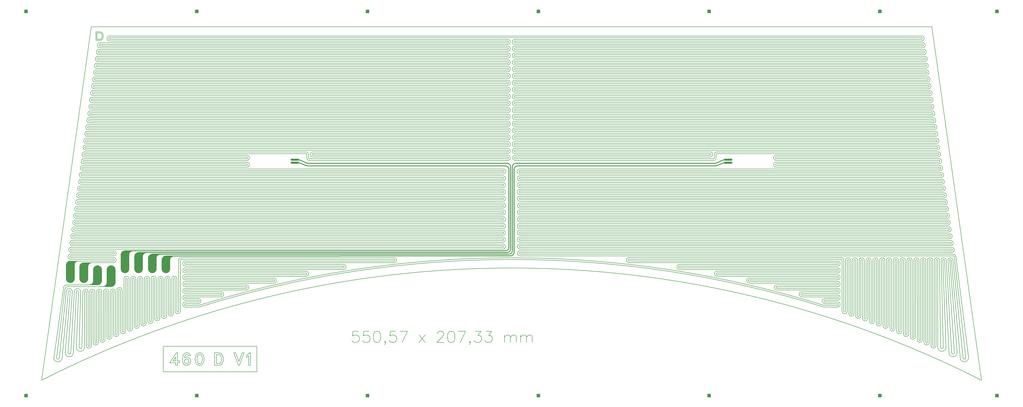
<source format=gbr>
%FSLAX36Y36*%
%MOIN*%
%SFA1.000B1.000*%

%MIA0B0*%
%IPPOS*%
%ADD14C,0.01969*%
%ADD16C,0.20472*%
%ADD17C,0.01181*%
%ADD18C,0.04724*%
%ADD72C,0.01161*%
%ADD73R,0.00800X0.00800*%
%ADD30R,0.01600X0.01600*%
%ADD31R,0.06400X0.06400*%
%ADD32C,0.19685*%
%ADD33R,0.01969X0.01969*%
%ADD47C,0.00984*%
%ADD62C,0.01000*%
%ADD68R,0.07874X0.07874*%
%LNcopper.460-d-v1*%
%LPD*%
G54D17*
X3580289Y4131759D03*
X3265328Y4171129D03*
G54D14*
X7814541Y7060893D03*
G54D17*
X2627533Y4722310D03*
X2940006Y4682940D03*
X3646668Y4194421D03*
X3583676Y4131429D03*
X3480227Y4219004D03*
X3392982Y4131759D03*
X3334668Y4233792D03*
X3271676Y4170800D03*
X3168227Y4258374D03*
X3080982Y4171129D03*
X2877013Y4619947D03*
X2940006Y4682940D03*
X3043454Y4595365D03*
X3130700Y4682610D03*
X2564541Y4659318D03*
X2627533Y4722310D03*
G54D14*
X12710210Y4919160D03*
G54D17*
X2730982Y4634735D03*
X2818227Y4721981D03*
G54D14*
X7814541Y6990026D03*
X17802730D03*
Y7060893D03*
G54D72*
X3126228Y4170800D03*
X3228228D03*
X2556667Y4171129D03*
X2477927Y4092389D03*
X2588163Y4131759D03*
X2509423Y4053019D03*
X3438228Y4131430D03*
X3540228D03*
X2540919Y4013649D03*
X2588163D03*
X2635407D03*
X2682651D03*
X2729895D03*
X2777140Y4013653D03*
X2824384Y4013649D03*
X2871628D03*
X2926746D03*
X2966116D03*
X3005486D03*
X3044856D03*
X3084226D03*
X3123596D03*
X3162966D03*
X3202336D03*
X3241706D03*
X3281077D03*
X3320447D03*
X3359817D03*
X3400957D03*
X3438557D03*
X3477927D03*
X3517297D03*
X3556667D03*
X3596037D03*
X3635407D03*
X3674777D03*
X3714147Y4053019D03*
X3753518D03*
X3792888Y4050105D03*
X3832258Y4050134D03*
X3871627Y4311877D03*
X3910998D03*
X3950368Y4308963D03*
X3989738Y4308992D03*
X4029108Y4311877D03*
X4068478D03*
X4107848Y4308963D03*
X4147218Y4308992D03*
X4186588Y4311877D03*
X4225958D03*
X4265328Y4308963D03*
X4304699Y4308992D03*
X4344069Y4311877D03*
X4383439D03*
X4422809Y4308963D03*
X4462179Y4308992D03*
X4501549Y4311877D03*
X4540919D03*
X4580289D03*
X4659029D03*
X4698399D03*
X4737769D03*
X4777140Y4308992D03*
X4816510Y4311877D03*
X4619659Y4308992D03*
X4855880Y4311877D03*
X4895250D03*
X4934620Y4308992D03*
X4973990Y4311877D03*
X5013360D03*
X5052730Y4308963D03*
X5092100Y4308992D03*
X5131470Y4738058D03*
X5170840D03*
X5194462Y4761680D03*
Y4801050D03*
X5288951Y4722310D03*
Y4682940D03*
Y4643570D03*
Y4604200D03*
Y4564830D03*
Y4525459D03*
Y4486089D03*
Y4446719D03*
X5289087Y4407349D03*
X5289047Y4367979D03*
X5288951Y4328609D03*
Y4289239D03*
Y4249869D03*
Y4210499D03*
Y4171129D03*
Y4131758D03*
Y4092389D03*
Y4053019D03*
Y4013649D03*
Y3974278D03*
Y3934908D03*
Y3895538D03*
Y3856168D03*
Y3816798D03*
Y3777428D03*
Y3738058D03*
Y3698688D03*
Y3659318D03*
X5611625Y3659830D03*
X5607081Y3699654D03*
X5588330Y3738058D03*
X5588242Y3777428D03*
X5588163Y3816798D03*
Y3856168D03*
X5170840Y3564830D03*
X5131470D03*
X5092100D03*
X5052730D03*
X5013360Y3509712D03*
X4973990D03*
X4934620D03*
X4895250D03*
X4855880Y3454593D03*
X4816510D03*
X4777140D03*
X4737769D03*
X4698399Y3399475D03*
X4659029D03*
X4619659Y3399379D03*
X4580289Y3399475D03*
X4540919Y3336483D03*
X4501549D03*
X4462179D03*
X4422809D03*
X4383439Y3281365D03*
X4344069D03*
X4304699D03*
X4265328D03*
X4225959Y3226247D03*
X4186588D03*
X4147218D03*
X4107848D03*
X4068478Y3163255D03*
X4029108D03*
X3989738D03*
X3950368D03*
X3910998Y3100263D03*
X3871628D03*
X3832258D03*
X3792888D03*
X3753518Y3037271D03*
X3714147D03*
X3674777D03*
X3635407D03*
X3596037Y2974279D03*
X3556667D03*
X3517297D03*
X3477927D03*
X3436787Y2903413D03*
X3399187Y2903412D03*
X3359817D03*
X3320447D03*
X3281077Y2840420D03*
X3241706D03*
X3202336D03*
X3162966D03*
X3123596Y2769554D03*
X3084226D03*
X3044856D03*
X3005486D03*
X2964366Y2721045D03*
X2901685Y2727282D03*
X2839276Y2735578D03*
X2777139Y2745932D03*
X2707028Y2595467D03*
X2644347Y2601704D03*
X2581938Y2610000D03*
X2519801Y2620354D03*
X2444681Y2476951D03*
X2382000Y2483188D03*
X2319591Y2491483D03*
X2257454Y2501838D03*
X6115722Y3895538D03*
Y3934908D03*
Y3974278D03*
Y4013649D03*
X6690358Y4053019D03*
X6690447Y4092389D03*
X6690525Y4131759D03*
Y4171129D03*
X7328321Y4210499D03*
Y4249869D03*
Y4289239D03*
Y4328609D03*
X8068478Y4367979D03*
Y4407349D03*
Y4446719D03*
Y4486090D03*
X8934620Y4525459D03*
Y4564830D03*
Y4604200D03*
Y4643570D03*
X10099838Y4682940D03*
X10099974Y4722310D03*
Y4761680D03*
Y4801050D03*
X15517297D03*
Y4761680D03*
Y4722310D03*
X15517433Y4682940D03*
X16682651Y4643570D03*
Y4604200D03*
Y4564830D03*
Y4525459D03*
X17548793Y4486090D03*
Y4446719D03*
Y4407349D03*
Y4367979D03*
X18288951Y4328609D03*
Y4289239D03*
Y4249869D03*
Y4210499D03*
X18926746Y4171129D03*
Y4131759D03*
X18926825Y4092389D03*
X18926913Y4053019D03*
X19501549Y4013649D03*
Y3974278D03*
Y3934908D03*
Y3895538D03*
X20029108Y3856168D03*
Y3816798D03*
X20029187Y3777428D03*
X20029275Y3738058D03*
X20010970Y3699652D03*
X20006422Y3659829D03*
X20328321Y3659318D03*
Y3698688D03*
Y3738058D03*
Y3777428D03*
Y3816798D03*
Y3856168D03*
Y3895538D03*
Y3934908D03*
Y3974278D03*
Y4013649D03*
Y4053019D03*
Y4092389D03*
Y4131758D03*
Y4171129D03*
Y4210499D03*
Y4249869D03*
Y4289239D03*
Y4328609D03*
X20328224Y4367979D03*
X20328184Y4407349D03*
X20328321Y4446719D03*
Y4486089D03*
Y4525459D03*
Y4564830D03*
Y4604200D03*
Y4643570D03*
Y4682940D03*
Y4722310D03*
X20407061Y4801050D03*
Y4761680D03*
X20430683Y4738058D03*
X20470053D03*
X13005486Y4840420D03*
Y4879790D03*
Y4919160D03*
Y4958530D03*
Y4997901D03*
Y5037271D03*
Y5076641D03*
Y5116011D03*
Y5155381D03*
Y5194751D03*
Y5234121D03*
Y5273491D03*
Y5312861D03*
Y5352231D03*
Y5391601D03*
Y5430971D03*
Y5470341D03*
Y5509712D03*
Y5549081D03*
Y5588452D03*
Y5627822D03*
Y5667192D03*
Y5706562D03*
Y5745932D03*
Y5785302D03*
Y5824672D03*
Y5864042D03*
Y5903413D03*
Y5942782D03*
X13005582Y5982153D03*
X13005486Y6021523D03*
Y6060893D03*
Y6100263D03*
Y6139633D03*
Y6179003D03*
Y6218373D03*
Y6257743D03*
Y6297113D03*
Y6336483D03*
Y6375853D03*
Y6415223D03*
Y6454594D03*
Y6493964D03*
Y6533334D03*
Y6572704D03*
Y6612074D03*
Y6651444D03*
Y6690814D03*
X12997612Y6730184D03*
Y6769554D03*
Y6808924D03*
Y6848294D03*
X12619659D03*
Y6808924D03*
Y6769554D03*
X12611785Y6690814D03*
Y6651444D03*
Y6612074D03*
Y6572704D03*
X12619659Y6730184D03*
X12611785Y6533334D03*
Y6493964D03*
Y6454594D03*
Y6415223D03*
Y6375853D03*
Y6336483D03*
Y6297113D03*
Y6257743D03*
Y6218373D03*
Y6179003D03*
Y6139633D03*
Y6100263D03*
Y6060893D03*
Y6021523D03*
X12611689Y5982153D03*
X12611785Y5903413D03*
Y5864042D03*
Y5942782D03*
Y5824672D03*
Y5785302D03*
Y5745932D03*
Y5706562D03*
Y5667192D03*
Y5627822D03*
Y5588452D03*
Y5549081D03*
Y5509712D03*
Y5470341D03*
Y5430971D03*
Y5391601D03*
Y5352231D03*
Y5312861D03*
Y5273491D03*
Y5234121D03*
Y5194751D03*
Y5155381D03*
Y5116011D03*
Y5076641D03*
Y5037271D03*
Y4997901D03*
X20430683Y3564830D03*
X20470053D03*
X20509423D03*
X20548793D03*
X20588163Y3509712D03*
X20627533D03*
X20666903D03*
X20706273D03*
X20745643Y3454593D03*
X20824383D03*
X20785013D03*
X20863754D03*
X20903124Y3399475D03*
X20942494D03*
X20981864Y3399572D03*
X21021234Y3399475D03*
X21060604Y3336483D03*
X21099974D03*
X21139344D03*
X21178714D03*
X21218084Y3281365D03*
X21257454D03*
X21296824D03*
X21336195D03*
X21375564Y3226247D03*
X21414935D03*
X21454305D03*
X21493675D03*
X21533045Y3163255D03*
X21572415D03*
X21611785D03*
X21651155D03*
X21690525Y3100263D03*
X21729895D03*
X21769265D03*
X21808635D03*
X21848005Y3037271D03*
X21887376D03*
X21926746D03*
X21966116D03*
X22005486Y2974279D03*
X22044856D03*
X22084226D03*
X22123596D03*
X22164728Y2903414D03*
X22202336Y2903412D03*
X22241706D03*
X22281076D03*
X22320446Y2840420D03*
X22359817D03*
X22399187D03*
X22438557D03*
X22477927Y2769554D03*
X22517297D03*
X22556667D03*
X22596037D03*
X22637157Y2721045D03*
X22699838Y2727282D03*
X22762247Y2735578D03*
X22824384Y2745932D03*
X22894495Y2595467D03*
X22957176Y2601704D03*
X23019585Y2610000D03*
X23081722Y2620354D03*
X23156842Y2476951D03*
X23219523Y2483188D03*
X23281932Y2491483D03*
X23344069Y2501838D03*
X20509423Y4738058D03*
X20548793D03*
X20588163D03*
X20627533D03*
X20666903D03*
X20706273D03*
X20745643D03*
X20785013D03*
X20824383D03*
X20863754D03*
X20903124D03*
X20942494D03*
X20981864D03*
X21021234D03*
X21060604D03*
X21099974D03*
X21139344D03*
X21178714D03*
X21218084D03*
X21257454D03*
X21296824D03*
X21336195D03*
X21375565D03*
X21414935D03*
X21454305D03*
X21493675D03*
X21533045D03*
X21572415D03*
X21611785D03*
X21651155D03*
X21690525D03*
X21729895D03*
X21769265D03*
X21808635D03*
X21848005D03*
X21887376D03*
X21926746D03*
X21966116D03*
X22005486D03*
X22044856D03*
X22084226D03*
X22123596D03*
X22162966D03*
X22202336D03*
X22241706D03*
X22281076D03*
X22320446D03*
X22359817D03*
X22399187D03*
X22438557D03*
X22477927D03*
X22517297D03*
X22556667D03*
X22596037D03*
X22635407D03*
X22674777D03*
X22714147Y4738068D03*
X22753517Y4738058D03*
X22792887D03*
X22832258D03*
X22871628D03*
X22910998D03*
X22950368D03*
X22989738D03*
X23017029Y4823971D03*
X23052730Y4832546D03*
X22997612Y4840420D03*
Y4879790D03*
X22958242Y4919160D03*
Y4958531D03*
Y4997901D03*
Y5037271D03*
X22934620Y5076641D03*
Y5116011D03*
Y5155381D03*
Y5194751D03*
X22910998Y5234121D03*
Y5273491D03*
Y5312861D03*
Y5352231D03*
X22887376Y5391601D03*
Y5430971D03*
Y5470342D03*
Y5509712D03*
X22863754Y5549081D03*
Y5588452D03*
Y5627822D03*
Y5667192D03*
X22848006Y5706562D03*
Y5745932D03*
Y5785302D03*
Y5824672D03*
X22824384Y5864042D03*
Y5903413D03*
Y5942782D03*
Y5982153D03*
X22800762Y6021523D03*
Y6060893D03*
Y6100263D03*
Y6139633D03*
X22777139Y6179003D03*
Y6218373D03*
Y6257743D03*
Y6297113D03*
X22753517Y6336483D03*
Y6375853D03*
Y6415223D03*
Y6454594D03*
X22729895Y6493964D03*
Y6533334D03*
Y6572704D03*
Y6612074D03*
X22714147Y6651444D03*
Y6690814D03*
Y6730184D03*
Y6769554D03*
X22690525Y6808924D03*
Y6848294D03*
Y6887664D03*
Y6927034D03*
X22666903Y6966404D03*
Y7005775D03*
Y7045144D03*
Y7084515D03*
X22643281Y7123885D03*
Y7163255D03*
Y7202625D03*
Y7241995D03*
X22619659Y7281365D03*
Y7320735D03*
X22619563Y7360105D03*
X22619659Y7399475D03*
X22603911Y7438845D03*
Y7478216D03*
Y7517586D03*
Y7556956D03*
X22580289Y7596326D03*
Y7635696D03*
Y7675066D03*
Y7714436D03*
X22556667Y7753806D03*
Y7793176D03*
X22556571Y7832546D03*
X22556531Y7871916D03*
X22533045Y7911286D03*
Y7950656D03*
Y7990027D03*
Y8029397D03*
X22509423Y8068767D03*
Y8108137D03*
X22509344Y8147506D03*
X22509256Y8186877D03*
X22485801Y8226247D03*
Y8265617D03*
Y8304987D03*
Y8344357D03*
X22470053Y8383727D03*
Y8423097D03*
X22469974Y8462467D03*
X22469886Y8501838D03*
X22446431Y8541207D03*
Y8580578D03*
Y8619948D03*
Y8659318D03*
X22422809Y8698688D03*
Y8738058D03*
Y8777428D03*
Y8816798D03*
X22399187Y8856168D03*
Y8895538D03*
X22399090Y8934908D03*
X22399050Y8974278D03*
X22375565Y9013649D03*
Y9053019D03*
Y9092389D03*
Y9131759D03*
X22359817Y9171129D03*
Y9210499D03*
X22359720Y9249869D03*
X22359680Y9289239D03*
X22336195Y9328609D03*
Y9367979D03*
Y9407349D03*
Y9446719D03*
X22312573Y9486090D03*
Y9525460D03*
X22312494Y9564830D03*
X22312406Y9604200D03*
X22288951Y9643570D03*
Y9682940D03*
Y9722310D03*
Y9761680D03*
X22265328Y9801050D03*
Y9840420D03*
Y9879790D03*
Y9919161D03*
X18910998Y6887664D03*
Y6927034D03*
Y6966405D03*
Y7005775D03*
Y7045144D03*
Y7084515D03*
Y7123885D03*
Y7163255D03*
X17546824Y7202625D03*
Y7241995D03*
X17527139Y7182940D03*
X17487769D03*
Y7104200D03*
X17527139D03*
X17468084Y7045145D03*
Y7084515D03*
X17389344Y7241995D03*
Y7202625D03*
Y7163255D03*
Y7123885D03*
X12895250Y7045145D03*
Y7084515D03*
Y7123885D03*
Y7163255D03*
X12887376Y7202625D03*
Y7241995D03*
Y7281365D03*
Y7320735D03*
Y7360105D03*
X12887455Y7399475D03*
X12887376Y7438845D03*
Y7478216D03*
Y7517586D03*
Y7556956D03*
Y7596326D03*
Y7635696D03*
Y7675066D03*
Y7714436D03*
Y7753806D03*
Y7793176D03*
Y7832546D03*
Y7871916D03*
Y7911286D03*
Y7950656D03*
Y7990027D03*
Y8029397D03*
Y8068767D03*
Y8108137D03*
Y8147507D03*
Y8186877D03*
Y8226247D03*
Y8265617D03*
Y8304987D03*
Y8344357D03*
Y8383727D03*
Y8423097D03*
Y8462467D03*
Y8501838D03*
Y8541207D03*
Y8580578D03*
Y8619948D03*
Y8659318D03*
Y8698688D03*
Y8738058D03*
Y8777428D03*
Y8816798D03*
Y8856168D03*
Y8895538D03*
Y8934908D03*
Y8974279D03*
Y9013649D03*
Y9053019D03*
Y9092389D03*
Y9131759D03*
Y9171129D03*
Y9210499D03*
Y9249869D03*
Y9289239D03*
Y9328609D03*
Y9367979D03*
Y9407349D03*
Y9446719D03*
Y9486090D03*
Y9525460D03*
Y9564830D03*
Y9604200D03*
Y9643570D03*
Y9682940D03*
Y9722310D03*
Y9761680D03*
Y9801050D03*
Y9840420D03*
X12722021D03*
Y9801050D03*
Y9761680D03*
Y9722310D03*
Y9682940D03*
Y9643570D03*
Y9604200D03*
Y9564830D03*
Y9525460D03*
Y9486090D03*
Y9446719D03*
Y9407349D03*
Y9367979D03*
Y9328609D03*
Y9289239D03*
Y9249869D03*
Y9210499D03*
Y9171129D03*
Y9131759D03*
Y9092389D03*
Y9053019D03*
Y9013649D03*
Y8974279D03*
Y8934908D03*
Y8895538D03*
Y8856168D03*
Y8816798D03*
Y8777428D03*
Y8738058D03*
Y8698688D03*
Y8659318D03*
Y8619948D03*
Y8580578D03*
Y8541207D03*
Y8501838D03*
Y8462467D03*
Y8423097D03*
Y8383727D03*
Y8344357D03*
Y8304987D03*
Y8265617D03*
Y8226247D03*
Y8186877D03*
Y8147507D03*
Y8108137D03*
Y8068767D03*
Y8029397D03*
Y7990027D03*
Y7950656D03*
Y7911286D03*
Y7871916D03*
Y7832546D03*
Y7793176D03*
Y7753806D03*
Y7714436D03*
Y7675066D03*
Y7635696D03*
Y7596326D03*
Y7556956D03*
Y7517586D03*
Y7478216D03*
Y7438845D03*
X12722100Y7399475D03*
X12722021Y7360105D03*
Y7320735D03*
Y7281365D03*
Y7241995D03*
Y7202625D03*
Y7163255D03*
Y7123885D03*
Y7084515D03*
Y7045145D03*
X8227927Y7241995D03*
Y7202625D03*
Y7163255D03*
Y7123885D03*
X8149187Y7084515D03*
Y7045145D03*
X8090132Y7104200D03*
X8129502D03*
Y7182940D03*
X8090132D03*
X8070447Y7202625D03*
Y7241995D03*
X6706273Y7163255D03*
Y7123885D03*
Y7084515D03*
Y7045144D03*
Y7005775D03*
Y6966405D03*
Y6927034D03*
Y6887664D03*
X3635407Y4682940D03*
Y4722310D03*
Y4761680D03*
Y4801050D03*
Y4840420D03*
Y4879790D03*
Y4919160D03*
Y4958530D03*
X3085454Y4682940D03*
X2983454D03*
X2772982Y4722310D03*
X2670982D03*
X2643281Y4761680D03*
Y4801050D03*
Y4840420D03*
Y4879790D03*
X2659029Y4919160D03*
Y4958531D03*
Y4997901D03*
Y5037271D03*
X2682651Y5076641D03*
Y5116011D03*
Y5155381D03*
Y5194751D03*
X2706273Y5234121D03*
Y5273491D03*
Y5312861D03*
Y5352231D03*
X2729895Y5391601D03*
Y5430971D03*
Y5470342D03*
Y5509712D03*
X2753518Y5549081D03*
Y5588452D03*
Y5627822D03*
Y5667192D03*
X2769266Y5706562D03*
Y5745932D03*
Y5785302D03*
Y5824672D03*
X2792888Y5864042D03*
Y5903413D03*
Y5942782D03*
Y5982153D03*
X2816510Y6021523D03*
Y6060893D03*
Y6100263D03*
Y6139633D03*
X2840132Y6179003D03*
Y6218373D03*
Y6257743D03*
Y6297113D03*
X2863754Y6336483D03*
Y6375853D03*
Y6415223D03*
Y6454594D03*
X2887376Y6493964D03*
Y6533334D03*
Y6572704D03*
Y6612074D03*
X2903124Y6651444D03*
Y6690814D03*
Y6730184D03*
Y6769554D03*
X2926746Y6808924D03*
Y6848294D03*
Y6887664D03*
Y6927034D03*
X2950368Y6966404D03*
Y7005775D03*
Y7045144D03*
Y7084515D03*
X2966116Y7123885D03*
Y7163255D03*
Y7202625D03*
Y7241995D03*
X2989738Y7281365D03*
Y7320735D03*
X2989642Y7360105D03*
X2989738Y7399475D03*
X3005486Y7438845D03*
Y7478216D03*
Y7517586D03*
Y7556956D03*
X3029108Y7596326D03*
Y7635696D03*
Y7675066D03*
Y7714436D03*
X3052730Y7753806D03*
Y7793176D03*
X3052827Y7832546D03*
X3052867Y7871916D03*
X3076352Y7911286D03*
Y7950656D03*
Y7990027D03*
Y8029397D03*
X3099974Y8068767D03*
Y8108137D03*
X3100053Y8147506D03*
X3100141Y8186877D03*
X3123596Y8226247D03*
Y8265617D03*
Y8304987D03*
Y8344357D03*
X3139344Y8383727D03*
Y8423097D03*
X3139266Y8462467D03*
X3139177Y8501838D03*
X3162966Y8541207D03*
Y8580578D03*
Y8619948D03*
Y8659318D03*
X3186588Y8698688D03*
Y8738058D03*
Y8777428D03*
Y8816798D03*
X3210210Y8856168D03*
Y8895538D03*
X3210307Y8934908D03*
X3210347Y8974278D03*
X3233833Y9013649D03*
Y9053019D03*
Y9092389D03*
Y9131759D03*
X3249581Y9171129D03*
Y9210499D03*
X3249484Y9249869D03*
X3249444Y9289239D03*
X3273203Y9328609D03*
Y9367979D03*
Y9407349D03*
Y9446719D03*
X3296825Y9486090D03*
Y9525460D03*
X3296746Y9564830D03*
X3296658Y9604200D03*
X3320447Y9643570D03*
Y9682940D03*
Y9722310D03*
Y9761680D03*
X3540919Y9801050D03*
Y9840420D03*
Y9879790D03*
Y9919161D03*
G54D14*
X7889344Y7060893D03*
Y6990026D03*
X8012838Y7015597D03*
X7992248Y6959077D03*
X12749580Y6838452D03*
X12788951Y6897507D03*
X17625023Y6959077D03*
X17604433Y7015597D03*
X17727927Y7060893D03*
Y6990026D03*
X12710210Y4919160D03*
X4396620D03*
X4711581Y4879790D03*
X5026541Y4838452D03*
G54D68*
X1616673Y10485457D03*
X5553681D03*
X9490689D03*
X13427697D03*
X17364705D03*
X21301713D03*
X24001369D03*
X1616673Y1614173D03*
X5553681D03*
X9490689D03*
X13427697D03*
X17364705D03*
X21301713D03*
X24001369D03*
G54D14*
X8149187Y6976247D02*
G01X12710211D01*
X12867691Y4919160D02*
G01Y6838452D01*
X12828321Y4958530D02*
G01Y6897618D01*
X12788950Y4997900D02*
G01Y6897536D01*
X12749580Y5037270D02*
G01Y6838489D01*
X3904494Y4958530D02*
G01X12670840D01*
X4219454Y4919160D02*
G01X12706273D01*
X4534415Y4879790D02*
G01X12749581D01*
X4836195Y4759711D02*
G01Y4757110D01*
X4847555Y4838435D02*
G01X12788950Y4840420D01*
X8149187Y6917192D02*
G01X12670840D01*
G54D17*
X3583676Y4131429D02*
G75*
G03X3646668Y4194421J62992D01*
X3392982Y4131759D02*
G03X3480227Y4219004J87245D01*
X3271676Y4170800D02*
G03X3334668Y4233792J62992D01*
X3080982Y4171129D02*
G03X3168227Y4258374J87245D01*
X2940006Y4682940D02*
G03X2877013Y4619947I0J-62992D01*
X3130700Y4682610D02*
G03X3043454Y4595365I-1J-87245D01*
X2627533Y4722310D02*
G03X2564541Y4659318J-62992D01*
G54D72*
X3265328Y4171129D02*
G01X2556667D01*
Y4171129D02*
G03X2477927Y4092389J-78740D01*
Y4092389D02*
G01X2257454Y2501838D01*
Y2501838D02*
G03X2444681Y2476951I93203J-15532D01*
Y2476951D02*
G01X2588163Y4013649D01*
X2635407D02*
G03X2588163Y4013649I-23622D01*
X2635407D02*
G01X2519801Y2620354D01*
Y2620354D02*
G03X2707028Y2595467I93203J-15533D01*
Y2595467D02*
G01X2777140Y4013653D01*
X2824384Y4013649D02*
G03X2777140Y4013653I-23622J2D01*
X2824384Y4013649D02*
G01X2777139Y2745932D01*
Y2745932D02*
G03X2964366Y2721045I93203J-15533D01*
Y2721045D02*
G01X2966116Y4013649D01*
X3005486D02*
G03X2966116Y4013649I-19685D01*
X3005486D02*
G01Y2769554D01*
Y2769554D02*
G03X3123596Y2769554I59055D01*
Y2769554D02*
G01Y4013649D01*
X3162966D02*
G03X3123596Y4013649I-19685D01*
X3162966D02*
G01Y2840420D01*
Y2840420D02*
G03X3281077Y2840420I59056D01*
Y2840420D02*
G01Y4013649D01*
X3320447D02*
G03X3281077Y4013649I-19685D01*
X3320447D02*
G01Y2903412D01*
Y2903412D02*
G03X3436787Y2903448I58170J-779D01*
Y2903448D02*
G01X3438557Y4013649D01*
X3477927D02*
G03X3438557Y4013649I-19685D01*
X3477927D02*
G01Y2974279D01*
Y2974279D02*
G03X3596037Y2974279I59055D01*
Y2974279D02*
G01Y4013649D01*
X3635407D02*
G03X3596037Y4013649I-19685D01*
X3635407D02*
G01Y3037271D01*
Y3037271D02*
G03X3753518Y3037271I59056D01*
Y3037271D02*
G01Y4053019D01*
X3792888Y4050105D02*
G03X3753518Y4053019I-19802J-120D01*
X3792888Y4050105D02*
G01Y3100263D01*
Y3100263D02*
G03X3910998Y3100263I59055D01*
Y3100263D02*
G01Y4311877D01*
X3950368Y4308963D02*
G03X3910998Y4311877I-19821J-386D01*
X3950368Y4308963D02*
G01Y3163255D01*
Y3163255D02*
G03X4068478Y3163255I59055D01*
Y3163255D02*
G01Y4311877D01*
X4107848Y4308963D02*
G03X4068478Y4311877I-19833J-549D01*
X4107848Y4308963D02*
G01Y3226247D01*
Y3226247D02*
G03X4225958Y3226247I59055D01*
X4225959D02*
G01X4225958Y4311877D01*
X4265328Y4308963D02*
G03X4225958Y4311877I-19880J-1181D01*
X4265328Y4308963D02*
G01Y3281365D01*
Y3281365D02*
G03X4383438Y3281365I59055D01*
X4383439D02*
G01Y4311877D01*
X4422809Y4308963D02*
G03X4383439Y4311877I-19751J568D01*
X4422809Y4308963D02*
G01Y3336483D01*
Y3336483D02*
G03X4540919Y3336483I59055D01*
Y3336483D02*
G01Y4311877D01*
X4580289D02*
G03X4540919Y4311877I-19685J-5141D01*
X4580289D02*
G01Y3399475D01*
Y3399475D02*
G03X4698399Y3399475I59055D01*
Y3399475D02*
G01Y4311877D01*
X4737769D02*
G03X4698399Y4311877I-19685J-3656D01*
X4737769D02*
G01Y3454593D01*
Y3454593D02*
G03X4855880Y3454593I59056D01*
Y3454593D02*
G01Y4311877D01*
X4895250D02*
G03X4855880Y4311877I-19685J-4350D01*
X4895250D02*
G01Y3509712D01*
Y3509712D02*
G03X5013360Y3509712I59055D01*
Y3509712D02*
G01Y4311877D01*
X5052730Y4308963D02*
G03X5013360Y4311877I-19854J-829D01*
X5052730Y4308963D02*
G01Y3564830D01*
Y3564830D02*
G03X5170840Y3564830I59055D01*
Y3564830D02*
G01Y4738058D01*
X5194462Y4761680D02*
G03X5170840Y4738058J-23622D01*
X5194462Y4761680D02*
G01X10099974D01*
Y4722310D02*
G03X10099974Y4761680J19685D01*
Y4722310D02*
G01X5288951D01*
Y4722310D02*
G03X5288951Y4604200J-59055D01*
Y4604200D02*
G01X8934620D01*
Y4564830D02*
G03X8934620Y4604200J19685D01*
Y4564830D02*
G01X5288951D01*
Y4564830D02*
G03X5288951Y4446719J-59056D01*
Y4446719D02*
G01X8068478D01*
Y4407349D02*
G03X8068478Y4446719J19685D01*
Y4407349D02*
G01X5289087D01*
Y4407349D02*
G03X5288951Y4289239I-68J-59055D01*
Y4289239D02*
G01X7328321D01*
Y4249869D02*
G03X7328321Y4289239J19685D01*
Y4249869D02*
G01X5288951D01*
Y4249869D02*
G03X5288951Y4131759J-59055D01*
Y4131758D02*
G01X6690525Y4131759D01*
X6690447Y4092389D02*
G03X6690525Y4131759I39J19685D01*
X6690447Y4092389D02*
G01X5288951D01*
Y4092389D02*
G03X5288951Y3974279J-59055D01*
Y3974278D02*
G01X6115722D01*
Y3934908D02*
G03X6115722Y3974278J19685D01*
Y3934908D02*
G01X5288951D01*
Y3934908D02*
G03X5288951Y3816798J-59055D01*
Y3816798D02*
G01X5588163D01*
X5588242Y3777428D02*
G03X5588163Y3816798I-40J19685D01*
X5588242Y3777428D02*
G01X5288951D01*
Y3777428D02*
G03X5288951Y3659318J-59055D01*
Y3659318D02*
G01X5611625Y3659830D01*
X20006422Y3659829D02*
G03X5611625Y3659830I-7197401J-23056338D01*
X20006422Y3659829D02*
G01X20328321Y3659318D01*
Y3659318D02*
G03X20328321Y3777428J59055D01*
Y3777428D02*
G01X20029187D01*
X20029108Y3816798D02*
G03X20029187Y3777428I40J-19685D01*
X20029108Y3816798D02*
G01X20328321D01*
Y3816798D02*
G03X20328321Y3934908J59055D01*
Y3934908D02*
G01X19501549D01*
Y3974278D02*
G03X19501549Y3934908J-19685D01*
Y3974278D02*
G01X20328321D01*
Y3974278D02*
G03X20328321Y4092388J59055D01*
Y4092389D02*
G01X18926825D01*
X18926746Y4131759D02*
G03X18926825Y4092389I40J-19685D01*
X18926746Y4131759D02*
G01X20328321Y4131758D01*
Y4131758D02*
G03X20328321Y4249868J59055D01*
Y4249869D02*
G01X18288951D01*
Y4289239D02*
G03X18288951Y4249869J-19685D01*
Y4289239D02*
G01X20328321D01*
Y4289239D02*
G03X20328184Y4407349I-68J59055D01*
Y4407349D02*
G01X17548793D01*
Y4446719D02*
G03X17548793Y4407349J-19685D01*
Y4446719D02*
G01X20328321D01*
Y4446719D02*
G03X20328321Y4564830J59056D01*
Y4564830D02*
G01X16682651D01*
Y4604200D02*
G03X16682651Y4564830J-19685D01*
Y4604200D02*
G01X20328321D01*
Y4604200D02*
G03X20328321Y4722310J59055D01*
Y4722310D02*
G01X15517297D01*
Y4761680D02*
G03X15517297Y4722310J-19685D01*
Y4761680D02*
G01X20407061D01*
X20430683Y4738058D02*
G03X20407061Y4761680I-23622D01*
X20430683Y4738058D02*
G01Y3564830D01*
Y3564830D02*
G03X20548793Y3564830I59055D01*
Y3564830D02*
G01Y4738058D01*
X20588163D02*
G03X20548793Y4738058I-19685D01*
X20588163D02*
G01Y3509712D01*
Y3509712D02*
G03X20706273Y3509712I59055D01*
Y3509712D02*
G01Y4738058D01*
X20745643D02*
G03X20706273Y4738058I-19685D01*
X20745643D02*
G01Y3454593D01*
Y3454593D02*
G03X20863754Y3454593I59056D01*
Y3454593D02*
G01Y4738058D01*
X20903124D02*
G03X20863754Y4738058I-19685D01*
X20903124D02*
G01Y3399475D01*
Y3399475D02*
G03X21021234Y3399475I59055D01*
Y3399475D02*
G01Y4738058D01*
X21060604D02*
G03X21021234Y4738058I-19685D01*
X21060604D02*
G01Y3336483D01*
Y3336483D02*
G03X21178714Y3336483I59055D01*
Y3336483D02*
G01Y4738058D01*
X21218084D02*
G03X21178714Y4738058I-19685D01*
X21218084D02*
G01Y3281365D01*
Y3281365D02*
G03X21336195Y3281365I59056D01*
Y3281365D02*
G01Y4738058D01*
X21375565D02*
G03X21336195Y4738058I-19685D01*
X21375565D02*
G01X21375564Y3226247D01*
Y3226247D02*
G03X21493675Y3226247I59056D01*
Y3226247D02*
G01Y4738058D01*
X21533045D02*
G03X21493675Y4738058I-19685D01*
X21533045D02*
G01Y3163255D01*
Y3163255D02*
G03X21651155Y3163255I59055D01*
Y3163255D02*
G01Y4738058D01*
X21690525D02*
G03X21651155Y4738058I-19685D01*
X21690525D02*
G01Y3100263D01*
Y3100263D02*
G03X21808635Y3100263I59055D01*
Y3100263D02*
G01Y4738058D01*
X21848005D02*
G03X21808635Y4738058I-19685D01*
X21848005D02*
G01Y3037271D01*
Y3037271D02*
G03X21966115Y3037271I59055D01*
X21966116D02*
G01Y4738058D01*
X22005486D02*
G03X21966116Y4738058I-19685D01*
X22005486D02*
G01Y2974279D01*
Y2974279D02*
G03X22123596Y2974279I59055D01*
Y2974279D02*
G01Y4738058D01*
X22162966D02*
G03X22123596Y4738058I-19685D01*
X22162966D02*
G01X22164728Y2903414D01*
Y2903414D02*
G03X22281076Y2903412I58174J-780D01*
Y2903412D02*
G01Y4738058D01*
X22320446D02*
G03X22281076Y4738058I-19685D01*
X22320446D02*
G01Y2840420D01*
Y2840420D02*
G03X22438557Y2840420I59056D01*
Y2840420D02*
G01Y4738058D01*
X22477927D02*
G03X22438557Y4738058I-19685D01*
X22477927D02*
G01Y2769554D01*
Y2769554D02*
G03X22596037Y2769554I59055D01*
Y2769554D02*
G01Y4738058D01*
X22635407D02*
G03X22596037Y4738058I-19685D01*
X22635407D02*
G01X22637157Y2721045D01*
Y2721045D02*
G03X22824384Y2745932I94024J9353D01*
Y2745932D02*
G01X22753517Y4738058D01*
X22792887D02*
G03X22753517Y4738058I-19685D01*
X22792887D02*
G01X22894495Y2595467D01*
Y2595467D02*
G03X23081721Y2620354I94024J9353D01*
X23081722D02*
G01X22910998Y4738058D01*
X22950368D02*
G03X22910998Y4738058I-19685D01*
X22950368D02*
G01X23156842Y2476951D01*
Y2476951D02*
G03X23344069Y2501838I94024J9355D01*
Y2501838D02*
G01X23052730Y4832546D01*
Y4832546D02*
G03X22997612Y4879790I-62786J-17476D01*
Y4879790D02*
G01X13005486D01*
Y4919160D02*
G03X13005486Y4879790J-19685D01*
Y4919160D02*
G01X22958242D01*
Y4919160D02*
G03X22958242Y5037271J59056D01*
Y5037271D02*
G01X13005486D01*
Y5076641D02*
G03X13005486Y5037271J-19685D01*
Y5076641D02*
G01X22934620D01*
Y5076641D02*
G03X22934620Y5194751J59055D01*
Y5194751D02*
G01X13005486D01*
Y5234121D02*
G03X13005486Y5194751J-19685D01*
Y5234121D02*
G01X22910998D01*
Y5234121D02*
G03X22910998Y5352231J59055D01*
Y5352231D02*
G01X13005486D01*
Y5391601D02*
G03X13005486Y5352231J-19685D01*
Y5391601D02*
G01X22887376D01*
Y5391601D02*
G03X22887376Y5509711J59055D01*
Y5509712D02*
G01X13005486D01*
Y5549081D02*
G03X13005486Y5509713J-19684D01*
Y5549081D02*
G01X22863754D01*
Y5549081D02*
G03X22863754Y5667191J59055D01*
Y5667192D02*
G01X13005486D01*
Y5706562D02*
G03X13005486Y5667192J-19685D01*
Y5706562D02*
G01X22848006D01*
Y5706562D02*
G03X22848006Y5824672J59055D01*
Y5824672D02*
G01X13005486D01*
Y5864042D02*
G03X13005486Y5824672J-19685D01*
Y5864042D02*
G01X22824384D01*
Y5864042D02*
G03X22824384Y5982153J59056D01*
Y5982153D02*
G01X13005582D01*
X13005486Y6021523D02*
G03X13005582Y5982153I48J-19685D01*
X13005486Y6021523D02*
G01X22800762D01*
Y6021523D02*
G03X22800762Y6139633J59055D01*
Y6139633D02*
G01X13005486D01*
Y6179003D02*
G03X13005486Y6139633J-19685D01*
Y6179003D02*
G01X22777139D01*
Y6179003D02*
G03X22777139Y6297113J59055D01*
Y6297113D02*
G01X13005486D01*
Y6336483D02*
G03X13005486Y6297113J-19685D01*
Y6336483D02*
G01X22753517D01*
Y6336483D02*
G03X22753517Y6454594J59056D01*
Y6454594D02*
G01X13005486D01*
Y6493964D02*
G03X13005486Y6454594J-19685D01*
Y6493964D02*
G01X22729895D01*
Y6493964D02*
G03X22729895Y6612074J59055D01*
Y6612074D02*
G01X13005486D01*
Y6651444D02*
G03X13005486Y6612074J-19685D01*
Y6651444D02*
G01X22714147D01*
Y6651444D02*
G03X22714147Y6769554J59055D01*
Y6769554D02*
G01X12997612D01*
Y6808924D02*
G03X12997612Y6769554J-19685D01*
Y6808924D02*
G01X22690525D01*
Y6808924D02*
G03X22690525Y6927034J59055D01*
Y6927034D02*
G01X18910998D01*
Y6966405D02*
G03X18910998Y6927034J-19686D01*
Y6966405D02*
G01X22666903Y6966404D01*
Y6966404D02*
G03X22666903Y7084515J59056D01*
Y7084515D02*
G01X18910998D01*
Y7123885D02*
G03X18910998Y7084515J-19685D01*
Y7123885D02*
G01X22643281D01*
Y7123885D02*
G03X22643281Y7241995J59055D01*
Y7241995D02*
G01X17546824D01*
Y7241995D02*
G03X17487769Y7182940I29J-59083D01*
Y7182940D02*
G01Y7104200D01*
X17468084Y7084515D02*
G03X17487769Y7104200J19685D01*
X17468084Y7084515D02*
G01X12895250D01*
Y7123885D02*
G03X12895250Y7084515J-19685D01*
Y7123885D02*
G01X17389344D01*
Y7123885D02*
G03X17389344Y7241995J59055D01*
Y7241995D02*
G01X12887376D01*
Y7281365D02*
G03X12887376Y7241995J-19685D01*
Y7281365D02*
G01X22619659D01*
Y7281365D02*
G03X22619659Y7399475J59055D01*
Y7399475D02*
G01X12887455D01*
X12887376Y7438845D02*
G03X12887455Y7399475I40J-19685D01*
X12887376Y7438845D02*
G01X22603911D01*
Y7438845D02*
G03X22603911Y7556955J59055D01*
Y7556956D02*
G01X12887376D01*
Y7596326D02*
G03X12887376Y7556956J-19685D01*
Y7596326D02*
G01X22580289D01*
Y7596326D02*
G03X22580289Y7714436J59055D01*
Y7714436D02*
G01X12887376D01*
Y7753806D02*
G03X12887376Y7714436J-19685D01*
Y7753806D02*
G01X22556667D01*
Y7753806D02*
G03X22556531Y7871916I-68J59055D01*
Y7871916D02*
G01X12887376D01*
Y7911286D02*
G03X12887376Y7871916J-19685D01*
Y7911286D02*
G01X22533045D01*
Y7911286D02*
G03X22533045Y8029397J59056D01*
Y8029397D02*
G01X12887376D01*
Y8068767D02*
G03X12887376Y8029397J-19685D01*
Y8068767D02*
G01X22509423D01*
Y8068767D02*
G03X22509256Y8186877I-84J59055D01*
Y8186877D02*
G01X12887376D01*
Y8226247D02*
G03X12887376Y8186877J-19685D01*
Y8226247D02*
G01X22485801D01*
Y8226247D02*
G03X22485801Y8344357J59055D01*
Y8344357D02*
G01X12887376D01*
Y8383727D02*
G03X12887376Y8344357J-19685D01*
Y8383727D02*
G01X22470053D01*
Y8383727D02*
G03X22469886Y8501838I-84J59055D01*
Y8501838D02*
G01X12887376D01*
Y8541207D02*
G03X12887376Y8501838J-19684D01*
Y8541207D02*
G01X22446431D01*
Y8541207D02*
G03X22446431Y8659318J59056D01*
Y8659318D02*
G01X12887376D01*
Y8698688D02*
G03X12887376Y8659318J-19685D01*
Y8698688D02*
G01X22422809D01*
Y8698688D02*
G03X22422809Y8816798J59055D01*
Y8816798D02*
G01X12887376D01*
Y8856168D02*
G03X12887376Y8816798J-19685D01*
Y8856168D02*
G01X22399187D01*
Y8856168D02*
G03X22399050Y8974278I-68J59055D01*
Y8974278D02*
G01X12887376Y8974279D01*
Y9013649D02*
G03X12887376Y8974279J-19685D01*
Y9013649D02*
G01X22375565D01*
Y9013649D02*
G03X22375565Y9131759J59055D01*
Y9131759D02*
G01X12887376D01*
Y9171129D02*
G03X12887376Y9131759J-19685D01*
Y9171129D02*
G01X22359817D01*
Y9171129D02*
G03X22359680Y9289239I-68J59055D01*
Y9289239D02*
G01X12887376D01*
Y9328609D02*
G03X12887376Y9289239J-19685D01*
Y9328609D02*
G01X22336195D01*
Y9328609D02*
G03X22336195Y9446719J59055D01*
Y9446719D02*
G01X12887376D01*
Y9486090D02*
G03X12887376Y9446719J-19686D01*
Y9486090D02*
G01X22312573D01*
Y9486090D02*
G03X22312406Y9604200I-84J59055D01*
Y9604200D02*
G01X12887376D01*
Y9643570D02*
G03X12887376Y9604200J-19685D01*
Y9643570D02*
G01X22288951D01*
Y9643570D02*
G03X22288951Y9761680J59055D01*
Y9761680D02*
G01X12887376D01*
Y9801050D02*
G03X12887376Y9761680J-19685D01*
Y9801050D02*
G01X22265328D01*
Y9801050D02*
G03X22265328Y9919161J59056D01*
Y9919161D02*
G01X3540919D01*
Y9919161D02*
G03X3540919Y9801050J-59056D01*
Y9801050D02*
G01X12722021D01*
Y9761680D02*
G03X12722021Y9801050J19685D01*
Y9761680D02*
G01X3320447D01*
Y9761680D02*
G03X3320447Y9643570J-59055D01*
Y9643570D02*
G01X12722021D01*
Y9604200D02*
G03X12722021Y9643570J19685D01*
Y9604200D02*
G01X3296658D01*
Y9604200D02*
G03X3296825Y9486090I83J-59055D01*
Y9486090D02*
G01X12722021D01*
Y9446719D02*
G03X12722021Y9486090J19686D01*
Y9446719D02*
G01X3273203D01*
Y9446719D02*
G03X3273203Y9328609J-59055D01*
Y9328609D02*
G01X12722021D01*
Y9289239D02*
G03X12722021Y9328609J19685D01*
Y9289239D02*
G01X3249444D01*
Y9289239D02*
G03X3249581Y9171129I68J-59055D01*
Y9171129D02*
G01X12722021D01*
Y9131759D02*
G03X12722021Y9171129J19685D01*
Y9131759D02*
G01X3233833D01*
Y9131759D02*
G03X3233833Y9013649J-59055D01*
Y9013649D02*
G01X12722021D01*
Y8974279D02*
G03X12722021Y9013649J19685D01*
Y8974279D02*
G01X3210347Y8974278D01*
Y8974278D02*
G03X3210210Y8856168I-68J-59055D01*
Y8856168D02*
G01X12722021D01*
Y8816798D02*
G03X12722021Y8856168J19685D01*
Y8816798D02*
G01X3186588D01*
Y8816798D02*
G03X3186588Y8698688J-59055D01*
Y8698688D02*
G01X12722021D01*
Y8659318D02*
G03X12722021Y8698688J19685D01*
Y8659318D02*
G01X3162966D01*
Y8659318D02*
G03X3162966Y8541207J-59056D01*
Y8541207D02*
G01X12722021D01*
Y8501838D02*
G03X12722021Y8541207J19684D01*
Y8501838D02*
G01X3139177D01*
Y8501838D02*
G03X3139344Y8383727I83J-59055D01*
Y8383727D02*
G01X12722021D01*
Y8344357D02*
G03X12722021Y8383727J19685D01*
Y8344357D02*
G01X3123596D01*
Y8344357D02*
G03X3123596Y8226247J-59055D01*
Y8226247D02*
G01X12722021D01*
Y8186877D02*
G03X12722021Y8226247J19685D01*
Y8186877D02*
G01X3100141D01*
Y8186877D02*
G03X3099974Y8068767I-84J-59055D01*
Y8068767D02*
G01X12722021D01*
Y8029397D02*
G03X12722021Y8068767J19685D01*
Y8029397D02*
G01X3076352D01*
Y8029397D02*
G03X3076352Y7911286J-59056D01*
Y7911286D02*
G01X12722021D01*
Y7871916D02*
G03X12722021Y7911286J19685D01*
Y7871916D02*
G01X3052867D01*
Y7871916D02*
G03X3052730Y7753806I-68J-59055D01*
Y7753806D02*
G01X12722021D01*
Y7714436D02*
G03X12722021Y7753806J19685D01*
Y7714436D02*
G01X3029108D01*
Y7714436D02*
G03X3029108Y7596326J-59055D01*
Y7596326D02*
G01X12722021D01*
Y7556956D02*
G03X12722021Y7596326J19685D01*
Y7556956D02*
G01X3005486D01*
Y7556956D02*
G03X3005486Y7438846J-59055D01*
Y7438845D02*
G01X12722021D01*
X12722100Y7399475D02*
G03X12722021Y7438845I-40J19685D01*
X12722100Y7399475D02*
G01X2989738D01*
Y7399475D02*
G03X2989738Y7281365J-59055D01*
Y7281365D02*
G01X12722021D01*
Y7241995D02*
G03X12722021Y7281365J19685D01*
Y7241995D02*
G01X8227927D01*
Y7241995D02*
G03X8227927Y7123885J-59055D01*
Y7123885D02*
G01X12722021D01*
Y7084515D02*
G03X12722021Y7123885J19685D01*
Y7084515D02*
G01X8149187D01*
X8129502Y7104200D02*
G03X8149187Y7084515I19685D01*
X8129502Y7104200D02*
G01Y7182940D01*
Y7182940D02*
G03X8070447Y7241995I-59083J-28D01*
Y7241995D02*
G01X2966116D01*
Y7241995D02*
G03X2966116Y7123885J-59055D01*
Y7123885D02*
G01X2976943D01*
X6706273*
Y7084515D02*
G03X6706273Y7123885J19685D01*
Y7084515D02*
G01X2950368D01*
Y7084515D02*
G03X2950368Y6966404J-59056D01*
Y6966404D02*
G01X6706273Y6966405D01*
Y6927034D02*
G03X6706273Y6966405J19686D01*
Y6927034D02*
G01X2926746D01*
Y6927034D02*
G03X2926746Y6808924J-59055D01*
Y6808924D02*
G01X12619659D01*
Y6769554D02*
G03X12619659Y6808924J19685D01*
Y6769554D02*
G01X2903124D01*
Y6769554D02*
G03X2903124Y6651444J-59055D01*
Y6651444D02*
G01X12611785D01*
Y6612074D02*
G03X12611785Y6651444J19685D01*
Y6612074D02*
G01X2887376D01*
Y6612074D02*
G03X2887376Y6493964J-59055D01*
Y6493964D02*
G01X12611785D01*
Y6454594D02*
G03X12611785Y6493964J19685D01*
Y6454594D02*
G01X2863754D01*
Y6454594D02*
G03X2863754Y6336483J-59056D01*
Y6336483D02*
G01X12611785D01*
Y6297113D02*
G03X12611785Y6336483J19685D01*
Y6297113D02*
G01X2840132D01*
Y6297113D02*
G03X2840132Y6179003J-59055D01*
Y6179003D02*
G01X12611785D01*
Y6139633D02*
G03X12611785Y6179003J19685D01*
Y6139633D02*
G01X2816510D01*
Y6139633D02*
G03X2816510Y6021523J-59055D01*
Y6021523D02*
G01X12611785D01*
X12611689Y5982153D02*
G03X12611785Y6021523I48J19685D01*
X12611689Y5982153D02*
G01X2792888D01*
Y5982153D02*
G03X2792888Y5864042J-59056D01*
Y5864042D02*
G01X12611785D01*
Y5824672D02*
G03X12611785Y5864042J19685D01*
Y5824672D02*
G01X2769266D01*
Y5824672D02*
G03X2769266Y5706562J-59055D01*
Y5706562D02*
G01X12611785D01*
Y5667192D02*
G03X12611785Y5706562J19685D01*
Y5667192D02*
G01X2753518D01*
Y5667192D02*
G03X2753518Y5549082J-59055D01*
Y5549081D02*
G01X12611785D01*
Y5509712D02*
G03X12611785Y5549080J19684D01*
Y5509712D02*
G01X2729895D01*
Y5509712D02*
G03X2729895Y5391602J-59055D01*
Y5391601D02*
G01X12611785D01*
Y5352231D02*
G03X12611785Y5391601J19685D01*
Y5352231D02*
G01X2706273D01*
Y5352231D02*
G03X2706273Y5234121J-59055D01*
Y5234121D02*
G01X12611785D01*
Y5194751D02*
G03X12611785Y5234121J19685D01*
Y5194751D02*
G01X2682651D01*
Y5194751D02*
G03X2682651Y5076641J-59055D01*
Y5076641D02*
G01X12611785D01*
Y5037271D02*
G03X12611785Y5076641J19685D01*
Y5037271D02*
G01X2659029D01*
Y5037271D02*
G03X2659029Y4919160J-59056D01*
Y4919160D02*
G01X3635407D01*
Y4879790D02*
G03X3635407Y4919160J19685D01*
Y4879790D02*
G01X2643281D01*
Y4879790D02*
G03X2643281Y4761680J-59055D01*
Y4761680D02*
G01X3635407D01*
Y4722310D02*
G03X3635407Y4761680J19685D01*
Y4722310D02*
G01X2627533D01*
G54D14*
X12788951Y6897507D02*
G03X12710210Y6976247I-78740J-1D01*
X12749580Y6838452D02*
G03X12670840Y6917192I-78740D01*
X12788950Y4840420D02*
G03X12867691Y4919160I1J78740D01*
X12749580Y4879790D02*
G03X12828321Y4958530I1J78740D01*
X12710210Y4919160D02*
G03X12788950Y4997901I-1J78740D01*
X12670840Y4958530D02*
G03X12749580Y5037271I-1J78740D01*
G54D17*
X2818227Y4721981D02*
G03X2730982Y4634735I0J-87245D01*
G54D73*
X3456228Y4153005D02*
G01X3462228D01*
X3456228Y4159005D02*
G01X3462228D01*
X3470228Y4153005D02*
G01Y4173005D01*
X3474228Y4153005D02*
G01Y4173005D01*
G54D30*
X3446228Y4139430D02*
G01X3470228D01*
X3446228Y4141005D02*
G01X3470228D01*
G54D31*
X3508228Y4163430D02*
G01Y4167005D01*
G54D73*
X3144228Y4192375D02*
G01X3150228D01*
X3144228Y4198375D02*
G01X3150228D01*
X3158228Y4192375D02*
G01Y4212375D01*
X3162228Y4192375D02*
G01Y4212375D01*
G54D30*
X3134228Y4178800D02*
G01X3158228D01*
X3134228Y4180375D02*
G01X3158228D01*
G54D31*
X3196228Y4202800D02*
G01Y4206375D01*
G54D73*
X3061454Y4655365D02*
G01X3067454D01*
X3061454Y4661365D02*
G01X3067454D01*
X3049454Y4641365D02*
G01Y4661365D01*
X3053454Y4641365D02*
G01Y4661365D01*
G54D30*
Y4673365D02*
G01X3077454D01*
X3053454Y4674940D02*
G01X3077454D01*
G54D31*
X3015454Y4647365D02*
G01Y4650940D01*
G54D73*
X2748982Y4694735D02*
G01X2754982D01*
X2748982Y4700735D02*
G01X2754982D01*
X2736982Y4680735D02*
G01Y4700735D01*
X2740982Y4680735D02*
G01Y4700735D01*
G54D30*
Y4712735D02*
G01X2764982D01*
X2740982Y4714310D02*
G01X2764982D01*
G54D31*
X2702982Y4686735D02*
G01Y4690310D01*
G54D18*
X7889345Y7060893D02*
G01X7739738D01*
G54D16*
X3262982Y4519774D02*
G01Y4267806D01*
X3576982Y4519460D02*
G01Y4228121D01*
X2946982Y4586593D02*
G01Y4318877D01*
X2634982Y4624278D02*
G01Y4317192D01*
G54D14*
X4849376Y4838452D02*
G03X4750951Y4740026J-98425D01*
X5026541Y4838452D02*
G03X4928116Y4740026J-98425D01*
G54D32*
X4839533D02*
G01Y4540575D01*
G54D14*
X4534415Y4879790D02*
G03X4435990Y4781365J-98425D01*
X4711581Y4879790D02*
G03X4613155Y4781365I0J-98425D01*
G54D32*
X4524573D02*
G01Y4540575D01*
G54D14*
X4219455Y4919160D02*
G03X4121029Y4820735I0J-98425D01*
X4396620Y4919160D02*
G03X4298195Y4820735J-98425D01*
G54D32*
X4209612D02*
G01Y4540575D01*
G54D14*
X3904494Y4958531D02*
G03X3806069Y4860105J-98425D01*
X4081659Y4958531D02*
G03X3983234Y4860105J-98425D01*
G54D32*
X3894651D02*
G01Y4540575D01*
G54D33*
X4890298Y4820651D02*
G01X4959196D01*
X4915343Y4804903D02*
G01X4939511D01*
X4924385Y4789155D02*
G01X4927700D01*
X4609424Y4830493D02*
G01X4612739D01*
X4600382Y4846241D02*
G01X4624550D01*
X4575338Y4861989D02*
G01X4644235D01*
X4294464Y4869863D02*
G01X4297779D01*
X4285421Y4885612D02*
G01X4309590D01*
X4260377Y4901360D02*
G01X4329275D01*
X3979503Y4909234D02*
G01X3982818D01*
X3970461Y4924982D02*
G01X3994629D01*
X3945416Y4940730D02*
G01X4014314D01*
G54D18*
X7889345Y6990026D02*
G01X7739738D01*
G54D14*
X8012838Y7015597D02*
G03X7889344Y7060893I-167815J-266530D01*
X8012838Y7015597D02*
G03X8149187Y6976248I136349J216556D01*
X7992248Y6959077D02*
G03X7889344Y6990027I-117705J-204807D01*
X7992248Y6959077D02*
G03X8149187Y6917192I156939J273075D01*
G54D72*
X3580289Y4131759D02*
G01X2588163D01*
Y4131759D02*
G03X2509423Y4053019J-78740D01*
Y4053019D02*
G01X2319591Y2491483D01*
Y2491483D02*
G03X2381999Y2483188I31067J-5179D01*
X2382000D02*
G01X2540919Y4013649D01*
X2682651D02*
G03X2540919Y4013649I-70866D01*
X2682651D02*
G01X2581938Y2610000D01*
Y2610000D02*
G03X2644347Y2601704I31068J-5177D01*
Y2601704D02*
G01X2729895Y4013649D01*
X2871628D02*
G03X2729894Y4013649I-70867D01*
X2871628D02*
G01X2839276Y2735578D01*
Y2735578D02*
G03X2901684Y2727282I31067J-5179D01*
X2901685D02*
G01X2926746Y4013649D01*
X3044856D02*
G03X2926746Y4013649I-59055D01*
X3044856D02*
G01Y2769554D01*
Y2769554D02*
G03X3084226Y2769554I19685D01*
Y2769554D02*
G01Y4013649D01*
X3202336D02*
G03X3084226Y4013649I-59055D01*
X3202336D02*
G01Y2840420D01*
Y2840420D02*
G03X3241706Y2840420I19685D01*
Y2840420D02*
G01Y4013649D01*
X3359817D02*
G03X3241706Y4013649I-59056D01*
X3359817D02*
G01Y2903412D01*
Y2903412D02*
G03X3399187Y2903412I19685D01*
Y2903412D02*
G01X3400957Y4013649D01*
X3517297D02*
G03X3400957Y4013649I-58170J779D01*
X3517297D02*
G01Y2974279D01*
Y2974279D02*
G03X3556667Y2974279I19685D01*
Y2974279D02*
G01Y4013649D01*
X3674777D02*
G03X3556667Y4013649I-59055D01*
X3674777D02*
G01Y3037271D01*
Y3037271D02*
G03X3714147Y3037271I19685D01*
Y3037271D02*
G01Y4053019D01*
X3832258Y4050134D02*
G03X3714146Y4053019I-59096J-191D01*
X3832258Y4050134D02*
G01Y3100263D01*
Y3100263D02*
G03X3871628Y3100263I19685D01*
Y3100263D02*
G01X3871627Y4311877D01*
X3989738Y4308992D02*
G03X3871627Y4311877I-59110J-810D01*
X3989738Y4308992D02*
G01Y3163255D01*
Y3163255D02*
G03X4029108Y3163255I19685D01*
Y3163255D02*
G01Y4311877D01*
X4147218Y4308992D02*
G03X4029108Y4311877I-59105J-624D01*
X4147218Y4308992D02*
G01Y3226247D01*
Y3226247D02*
G03X4186588Y3226247I19685D01*
Y3226247D02*
G01Y4311877D01*
X4304699Y4308992D02*
G03X4186588Y4311877I-59106J-624D01*
X4304699Y4308992D02*
G01Y3281365D01*
Y3281365D02*
G03X4344069Y3281365I19685D01*
Y3281365D02*
G01Y4311877D01*
X4462179Y4308992D02*
G03X4344069Y4311877I-59108J-742D01*
X4462179Y4308992D02*
G01Y3336483D01*
Y3336483D02*
G03X4501549Y3336483I19685D01*
Y3336483D02*
G01Y4311877D01*
X4619659Y4308992D02*
G03X4501549Y4311877I-59104J-570D01*
X4619659Y4308992D02*
G01Y3399379D01*
Y3399379D02*
G03X4659029Y3399475I19685J48D01*
Y3399475D02*
G01Y4311877D01*
X4777140Y4308992D02*
G03X4659029Y4311877I-59107J-680D01*
X4777140Y4308992D02*
G01Y3454593D01*
Y3454593D02*
G03X4816510Y3454593I19685D01*
Y3454593D02*
G01Y4311877D01*
X4934620Y4308992D02*
G03X4816511Y4311877I-59095J-212D01*
X4934620Y4308992D02*
G01Y3509712D01*
Y3509712D02*
G03X4973990Y3509712I19685D01*
Y3509712D02*
G01Y4311877D01*
X5092100Y4308992D02*
G03X4973990Y4311877I-59104J-570D01*
X5092100Y4308992D02*
G01Y3564830D01*
Y3564830D02*
G03X5131470Y3564830I19685D01*
Y3564830D02*
G01Y4738058D01*
X5194462Y4801050D02*
G03X5131470Y4738058J-62992D01*
X5194462Y4801050D02*
G01X10099974D01*
X10099838Y4682940D02*
G03X10099974Y4801050I68J59055D01*
X10099838Y4682940D02*
G01X5288951D01*
Y4682940D02*
G03X5288951Y4643570J-19685D01*
Y4643570D02*
G01X8934620D01*
Y4525459D02*
G03X8934620Y4643570J59056D01*
Y4525459D02*
G01X5288951D01*
Y4525459D02*
G03X5288951Y4486089J-19685D01*
Y4486089D02*
G01X8068478Y4486090D01*
Y4367979D02*
G03X8068478Y4486090J59056D01*
Y4367979D02*
G01X5289047D01*
Y4367979D02*
G03X5288951Y4328609I-48J-19685D01*
Y4328609D02*
G01X7328321D01*
Y4210499D02*
G03X7328321Y4328609J59055D01*
Y4210499D02*
G01X5288951D01*
Y4210499D02*
G03X5288951Y4171129J-19685D01*
Y4171129D02*
G01X6690525D01*
X6690358Y4053019D02*
G03X6690525Y4171129I83J59055D01*
X6690358Y4053019D02*
G01X5288951D01*
Y4053019D02*
G03X5288951Y4013649J-19685D01*
Y4013649D02*
G01X6115722D01*
Y3895538D02*
G03X6115722Y4013650J59056D01*
Y3895538D02*
G01X5288951D01*
Y3895538D02*
G03X5288951Y3856168J-19685D01*
Y3856168D02*
G01X5588163D01*
X5588330Y3738058D02*
G03X5588163Y3856168I-84J59055D01*
X5588330Y3738058D02*
G01X5288951D01*
Y3738058D02*
G03X5288951Y3698688J-19685D01*
Y3698688D02*
G01X5607081Y3699654D01*
X20010970Y3699652D02*
G03X5607081Y3699655I-7201949J-23096007D01*
X20010970Y3699652D02*
G01X20328321Y3698688D01*
Y3698688D02*
G03X20328321Y3738058J19685D01*
Y3738058D02*
G01X20029275D01*
X20029108Y3856168D02*
G03X20029275Y3738058I83J-59055D01*
X20029108Y3856168D02*
G01X20328321D01*
Y3856168D02*
G03X20328321Y3895538J19685D01*
Y3895538D02*
G01X19501549D01*
Y4013649D02*
G03X19501549Y3895537J-59056D01*
Y4013649D02*
G01X20328321D01*
Y4013649D02*
G03X20328321Y4053019J19685D01*
Y4053019D02*
G01X18926913D01*
X18926746Y4171129D02*
G03X18926913Y4053019I83J-59055D01*
X18926746Y4171129D02*
G01X20328321D01*
Y4171129D02*
G03X20328321Y4210499J19685D01*
Y4210499D02*
G01X18288951D01*
Y4328609D02*
G03X18288951Y4210499J-59055D01*
Y4328609D02*
G01X20328321D01*
Y4328609D02*
G03X20328224Y4367979I-48J19685D01*
Y4367979D02*
G01X17548793D01*
Y4486090D02*
G03X17548793Y4367979J-59056D01*
Y4486090D02*
G01X20328321Y4486089D01*
Y4486089D02*
G03X20328321Y4525459J19685D01*
Y4525459D02*
G01X16682651D01*
Y4643570D02*
G03X16682651Y4525459J-59056D01*
Y4643570D02*
G01X20328321D01*
Y4643570D02*
G03X20328321Y4682940J19685D01*
Y4682940D02*
G01X15517433D01*
X15517297Y4801050D02*
G03X15517433Y4682940I68J-59055D01*
X15517297Y4801050D02*
G01X20407061D01*
X20470053Y4738058D02*
G03X20407061Y4801050I-62992D01*
X20470053Y4738058D02*
G01Y3564830D01*
Y3564830D02*
G03X20509423Y3564830I19685D01*
Y3564830D02*
G01Y4738058D01*
X20627533D02*
G03X20509423Y4738058I-59055D01*
X20627533D02*
G01Y3509712D01*
Y3509712D02*
G03X20666903Y3509712I19685D01*
Y3509712D02*
G01Y4738058D01*
X20785013D02*
G03X20666903Y4738058I-59055D01*
X20785013D02*
G01Y3454593D01*
Y3454593D02*
G03X20824383Y3454593I19685D01*
Y3454593D02*
G01Y4738058D01*
X20942494D02*
G03X20824383Y4738058I-59056D01*
X20942494D02*
G01Y3399475D01*
Y3399475D02*
G03X20981864Y3399572I19685J48D01*
Y3399572D02*
G01Y4738058D01*
X21099974D02*
G03X20981864Y4738058I-59055D01*
X21099974D02*
G01Y3336483D01*
Y3336483D02*
G03X21139344Y3336483I19685D01*
Y3336483D02*
G01Y4738058D01*
X21257454D02*
G03X21139344Y4738058I-59055D01*
X21257454D02*
G01Y3281365D01*
Y3281365D02*
G03X21296824Y3281365I19685D01*
Y3281365D02*
G01Y4738058D01*
X21414935D02*
G03X21296824Y4738058I-59056D01*
X21414935D02*
G01Y3226247D01*
Y3226247D02*
G03X21454305Y3226247I19685D01*
Y3226247D02*
G01Y4738058D01*
X21572415D02*
G03X21454305Y4738058I-59055D01*
X21572415D02*
G01Y3163255D01*
Y3163255D02*
G03X21611785Y3163255I19685D01*
Y3163255D02*
G01Y4738058D01*
X21729895D02*
G03X21611785Y4738058I-59055D01*
X21729895D02*
G01Y3100263D01*
Y3100263D02*
G03X21769265Y3100263I19685D01*
Y3100263D02*
G01Y4738058D01*
X21887376D02*
G03X21769264Y4738058I-59056D01*
X21887376D02*
G01Y3037271D01*
Y3037271D02*
G03X21926746Y3037271I19685D01*
Y3037271D02*
G01Y4738058D01*
X22044856D02*
G03X21926746Y4738058I-59055D01*
X22044856D02*
G01Y2974279D01*
Y2974279D02*
G03X22084226Y2974279I19685D01*
Y2974279D02*
G01Y4738058D01*
X22202336D02*
G03X22084226Y4738058I-59055D01*
X22202336D02*
G01Y2903412D01*
Y2903412D02*
G03X22241706Y2903412I19685D01*
Y2903412D02*
G01Y4738058D01*
X22359817D02*
G03X22241706Y4738058I-59056D01*
X22359817D02*
G01Y2840420D01*
Y2840420D02*
G03X22399187Y2840420I19685D01*
Y2840420D02*
G01Y4738058D01*
X22517297D02*
G03X22399187Y4738058I-59055D01*
X22517297D02*
G01Y2769554D01*
Y2769554D02*
G03X22556667Y2769554I19685D01*
Y2769554D02*
G01Y4738058D01*
X22674777D02*
G03X22556667Y4738058I-59055D01*
X22674777D02*
G01X22699838Y2727282D01*
Y2727282D02*
G03X22762246Y2735578I31341J3119D01*
X22762247D02*
G01X22714147Y4738068D01*
X22832258Y4738058D02*
G03X22714147Y4738068I-59056J5D01*
X22832258Y4738058D02*
G01X22957176Y2601704D01*
Y2601704D02*
G03X23019585Y2610000I31341J3117D01*
Y2610000D02*
G01X22871628Y4738058D01*
X22989738D02*
G03X22871628Y4738058I-59055D01*
X22989738D02*
G01X23219523Y2483188D01*
Y2483188D02*
G03X23281932Y2491483I31341J3117D01*
Y2491483D02*
G01X23017029Y4823971D01*
Y4823971D02*
G03X22997612Y4840420I-19417J-3236D01*
Y4840420D02*
G01X13005486D01*
Y4958530D02*
G03X13005486Y4840420J-59055D01*
Y4958530D02*
G01X22958242Y4958531D01*
Y4958531D02*
G03X22958242Y4997901J19685D01*
Y4997901D02*
G01X13005486D01*
Y5116011D02*
G03X13005486Y4997901J-59055D01*
Y5116011D02*
G01X22934620D01*
Y5116011D02*
G03X22934620Y5155381J19685D01*
Y5155381D02*
G01X13005486D01*
Y5273491D02*
G03X13005486Y5155381J-59055D01*
Y5273491D02*
G01X22910998D01*
Y5273491D02*
G03X22910998Y5312861J19685D01*
Y5312861D02*
G01X13005486D01*
Y5430971D02*
G03X13005486Y5312861J-59055D01*
Y5430971D02*
G01X22887376D01*
Y5430971D02*
G03X22887376Y5470341J19685D01*
Y5470342D02*
G01X13005486Y5470341D01*
Y5588452D02*
G03X13005486Y5470340J-59056D01*
Y5588452D02*
G01X22863754D01*
Y5588452D02*
G03X22863754Y5627822J19685D01*
Y5627822D02*
G01X13005486D01*
Y5745932D02*
G03X13005486Y5627822J-59055D01*
Y5745932D02*
G01X22848006D01*
Y5745932D02*
G03X22848006Y5785302J19685D01*
Y5785302D02*
G01X13005486D01*
Y5903413D02*
G03X13005486Y5785302J-59056D01*
Y5903413D02*
G01X22824384D01*
Y5903413D02*
G03X22824384Y5942782J19684D01*
Y5942782D02*
G01X13005486D01*
Y6060893D02*
G03X13005486Y5942782J-59056D01*
Y6060893D02*
G01X22800762D01*
Y6060893D02*
G03X22800762Y6100263J19685D01*
Y6100263D02*
G01X13005486D01*
Y6218373D02*
G03X13005486Y6100263J-59055D01*
Y6218373D02*
G01X22777139D01*
Y6218373D02*
G03X22777139Y6257743J19685D01*
Y6257743D02*
G01X13005486D01*
Y6375853D02*
G03X13005486Y6257743J-59055D01*
Y6375853D02*
G01X22753517D01*
Y6375853D02*
G03X22753517Y6415223J19685D01*
Y6415223D02*
G01X13005486D01*
Y6533334D02*
G03X13005486Y6415223J-59056D01*
Y6533334D02*
G01X22729895D01*
Y6533334D02*
G03X22729895Y6572704J19685D01*
Y6572704D02*
G01X13005486D01*
Y6690814D02*
G03X13005486Y6572704J-59055D01*
Y6690814D02*
G01X22714147D01*
Y6690814D02*
G03X22714147Y6730184J19685D01*
Y6730184D02*
G01X12997612D01*
Y6848294D02*
G03X12997612Y6730184J-59055D01*
Y6848294D02*
G01X22690525D01*
Y6848294D02*
G03X22690525Y6887664J19685D01*
Y6887664D02*
G01X18910998D01*
Y7005775D02*
G03X18910998Y6887664J-59056D01*
Y7005775D02*
G01X22666903D01*
Y7005775D02*
G03X22666903Y7045144J19684D01*
Y7045144D02*
G01X18910998D01*
Y7163255D02*
G03X18910998Y7045144J-59056D01*
Y7163255D02*
G01X22643281D01*
Y7163255D02*
G03X22643281Y7202625J19685D01*
Y7202625D02*
G01X17546824D01*
Y7202625D02*
G03X17527139Y7182940I76J-19761D01*
Y7182940D02*
G01Y7104200D01*
X17468084Y7045145D02*
G03X17527139Y7104200J59055D01*
X17468084Y7045145D02*
G01X12895250D01*
Y7163255D02*
G03X12895250Y7045145J-59055D01*
Y7163255D02*
G01X17389344D01*
Y7163255D02*
G03X17389344Y7202625J19685D01*
Y7202625D02*
G01X12887376D01*
Y7320735D02*
G03X12887376Y7202625J-59055D01*
Y7320735D02*
G01X22619659D01*
Y7320735D02*
G03X22619563Y7360105I-48J19685D01*
Y7360105D02*
G01X12887376D01*
Y7478216D02*
G03X12887376Y7360104J-59056D01*
Y7478216D02*
G01X22603911D01*
Y7478216D02*
G03X22603911Y7517586J19685D01*
Y7517586D02*
G01X12887376D01*
Y7635696D02*
G03X12887376Y7517586J-59055D01*
Y7635696D02*
G01X22580289D01*
Y7635696D02*
G03X22580289Y7675066J19685D01*
Y7675066D02*
G01X12887376D01*
Y7793176D02*
G03X12887376Y7675066J-59055D01*
Y7793176D02*
G01X22556667D01*
Y7793176D02*
G03X22556571Y7832546I-48J19685D01*
Y7832546D02*
G01X12887376D01*
Y7950656D02*
G03X12887376Y7832546J-59055D01*
Y7950656D02*
G01X22533045D01*
Y7950656D02*
G03X22533045Y7990027J19686D01*
Y7990027D02*
G01X12887376D01*
Y8108137D02*
G03X12887376Y7990027J-59055D01*
Y8108137D02*
G01X22509423D01*
Y8108137D02*
G03X22509344Y8147506I-39J19685D01*
Y8147506D02*
G01X12887376Y8147507D01*
Y8265617D02*
G03X12887376Y8147507J-59055D01*
Y8265617D02*
G01X22485801D01*
Y8265617D02*
G03X22485801Y8304987J19685D01*
Y8304987D02*
G01X12887376D01*
Y8423097D02*
G03X12887376Y8304987J-59055D01*
Y8423097D02*
G01X22470053D01*
Y8423097D02*
G03X22469974Y8462467I-39J19685D01*
Y8462467D02*
G01X12887376D01*
Y8580578D02*
G03X12887376Y8462467J-59056D01*
Y8580578D02*
G01X22446431D01*
Y8580578D02*
G03X22446431Y8619948J19685D01*
Y8619948D02*
G01X12887376D01*
Y8738058D02*
G03X12887376Y8619948J-59055D01*
Y8738058D02*
G01X22422809D01*
Y8738058D02*
G03X22422809Y8777428J19685D01*
Y8777428D02*
G01X12887376D01*
Y8895538D02*
G03X12887376Y8777428J-59055D01*
Y8895538D02*
G01X22399187D01*
Y8895538D02*
G03X22399090Y8934908I-48J19685D01*
Y8934908D02*
G01X12887376D01*
Y9053019D02*
G03X12887376Y8934907J-59056D01*
Y9053019D02*
G01X22375565D01*
Y9053019D02*
G03X22375565Y9092389J19685D01*
Y9092389D02*
G01X12887376D01*
Y9210499D02*
G03X12887376Y9092389J-59055D01*
Y9210499D02*
G01X22359817D01*
Y9210499D02*
G03X22359720Y9249869I-48J19685D01*
Y9249869D02*
G01X12887376D01*
Y9367979D02*
G03X12887376Y9249869J-59055D01*
Y9367979D02*
G01X22336195D01*
Y9367979D02*
G03X22336195Y9407349J19685D01*
Y9407349D02*
G01X12887376D01*
Y9525460D02*
G03X12887376Y9407349J-59056D01*
Y9525460D02*
G01X22312573D01*
Y9525460D02*
G03X22312494Y9564830I-39J19685D01*
Y9564830D02*
G01X12887376D01*
Y9682940D02*
G03X12887376Y9564830J-59055D01*
Y9682940D02*
G01X22288951D01*
Y9682940D02*
G03X22288951Y9722310J19685D01*
Y9722310D02*
G01X12887376D01*
Y9840420D02*
G03X12887376Y9722310J-59055D01*
Y9840420D02*
G01X22265328D01*
Y9840420D02*
G03X22265328Y9879790J19685D01*
Y9879790D02*
G01X3540919D01*
Y9879790D02*
G03X3540919Y9840420J-19685D01*
Y9840420D02*
G01X12722021D01*
Y9722310D02*
G03X12722021Y9840420J59055D01*
Y9722310D02*
G01X3320447D01*
Y9722310D02*
G03X3320447Y9682940J-19685D01*
Y9682940D02*
G01X12722021D01*
Y9564830D02*
G03X12722021Y9682940J59055D01*
Y9564830D02*
G01X3296746D01*
Y9564830D02*
G03X3296825Y9525460I39J-19685D01*
Y9525460D02*
G01X12722021D01*
Y9407349D02*
G03X12722021Y9525460J59056D01*
Y9407349D02*
G01X3273203D01*
Y9407349D02*
G03X3273203Y9367979J-19685D01*
Y9367979D02*
G01X12722021D01*
Y9249869D02*
G03X12722021Y9367979J59055D01*
Y9249869D02*
G01X3249484D01*
Y9249869D02*
G03X3249581Y9210499I48J-19685D01*
Y9210499D02*
G01X12722021D01*
Y9092389D02*
G03X12722021Y9210499J59055D01*
Y9092389D02*
G01X3233833D01*
Y9092389D02*
G03X3233833Y9053019J-19685D01*
Y9053019D02*
G01X12722021D01*
Y8934908D02*
G03X12722021Y9053020J59056D01*
Y8934908D02*
G01X3210307D01*
Y8934908D02*
G03X3210210Y8895538I-48J-19685D01*
Y8895538D02*
G01X12722021D01*
Y8777428D02*
G03X12722021Y8895538J59055D01*
Y8777428D02*
G01X3186588D01*
Y8777428D02*
G03X3186588Y8738058J-19685D01*
Y8738058D02*
G01X12722021D01*
Y8619948D02*
G03X12722021Y8738058J59055D01*
Y8619948D02*
G01X3162966D01*
Y8619948D02*
G03X3162966Y8580578J-19685D01*
Y8580578D02*
G01X12722021D01*
Y8462467D02*
G03X12722021Y8580578J59056D01*
Y8462467D02*
G01X3139266D01*
Y8462467D02*
G03X3139344Y8423097I39J-19685D01*
Y8423097D02*
G01X12722021D01*
Y8304987D02*
G03X12722021Y8423097J59055D01*
Y8304987D02*
G01X3123596D01*
Y8304987D02*
G03X3123596Y8265617J-19685D01*
Y8265617D02*
G01X12722021D01*
Y8147507D02*
G03X12722021Y8265617J59055D01*
Y8147507D02*
G01X3100053Y8147506D01*
Y8147506D02*
G03X3099974Y8108137I-39J-19685D01*
Y8108137D02*
G01X12722021D01*
Y7990027D02*
G03X12722021Y8108137J59055D01*
Y7990027D02*
G01X3076352D01*
Y7990027D02*
G03X3076352Y7950656J-19686D01*
Y7950656D02*
G01X12722021D01*
Y7832546D02*
G03X12722021Y7950656J59055D01*
Y7832546D02*
G01X3052827D01*
Y7832546D02*
G03X3052730Y7793176I-48J-19685D01*
Y7793176D02*
G01X12722021D01*
Y7675066D02*
G03X12722021Y7793176J59055D01*
Y7675066D02*
G01X3029108D01*
Y7675066D02*
G03X3029108Y7635696J-19685D01*
Y7635696D02*
G01X12722021D01*
Y7517586D02*
G03X12722021Y7635696J59055D01*
Y7517586D02*
G01X3005486D01*
Y7517586D02*
G03X3005486Y7478216J-19685D01*
Y7478216D02*
G01X12722021D01*
Y7360105D02*
G03X12722021Y7478217J59056D01*
Y7360105D02*
G01X2989642D01*
Y7360105D02*
G03X2989738Y7320735I48J-19685D01*
Y7320735D02*
G01X12722021D01*
Y7202625D02*
G03X12722021Y7320735J59055D01*
Y7202625D02*
G01X8227927D01*
Y7202625D02*
G03X8227927Y7163255J-19685D01*
Y7163255D02*
G01X12722021D01*
Y7045145D02*
G03X12722021Y7163255J59055D01*
Y7045145D02*
G01X8149187D01*
X8090132Y7104200D02*
G03X8149187Y7045145I59055D01*
X8090132Y7104200D02*
G01Y7182940D01*
Y7182940D02*
G03X8070447Y7202625I-19761J-76D01*
Y7202625D02*
G01X2966116D01*
Y7202625D02*
G03X2966116Y7163255J-19685D01*
Y7163255D02*
G01X6706273D01*
Y7045144D02*
G03X6706273Y7163255J59056D01*
Y7045144D02*
G01X2950368D01*
Y7045144D02*
G03X2950368Y7005775J-19684D01*
Y7005775D02*
G01X6706273D01*
Y6887664D02*
G03X6706273Y7005775J59056D01*
Y6887664D02*
G01X2926746D01*
Y6887664D02*
G03X2926746Y6848294J-19685D01*
Y6848294D02*
G01X12619659D01*
Y6730184D02*
G03X12619659Y6848294J59055D01*
Y6730184D02*
G01X2903124D01*
Y6730184D02*
G03X2903124Y6690814J-19685D01*
Y6690814D02*
G01X12611785D01*
Y6572704D02*
G03X12611785Y6690814J59055D01*
Y6572704D02*
G01X2887376D01*
Y6572704D02*
G03X2887376Y6533334J-19685D01*
Y6533334D02*
G01X12611785D01*
Y6415223D02*
G03X12611785Y6533334J59056D01*
Y6415223D02*
G01X2863754D01*
Y6415223D02*
G03X2863754Y6375853J-19685D01*
Y6375853D02*
G01X12611785D01*
Y6257743D02*
G03X12611785Y6375853J59055D01*
Y6257743D02*
G01X2840132D01*
Y6257743D02*
G03X2840132Y6218373J-19685D01*
Y6218373D02*
G01X12611785D01*
Y6100263D02*
G03X12611785Y6218373J59055D01*
Y6100263D02*
G01X2816510D01*
Y6100263D02*
G03X2816510Y6060893J-19685D01*
Y6060893D02*
G01X12611785D01*
Y5942782D02*
G03X12611785Y6060893J59056D01*
Y5942782D02*
G01X2792888D01*
Y5942782D02*
G03X2792888Y5903413J-19684D01*
Y5903413D02*
G01X12611785D01*
Y5785302D02*
G03X12611785Y5903413J59056D01*
Y5785302D02*
G01X2769266D01*
Y5785302D02*
G03X2769266Y5745932J-19685D01*
Y5745932D02*
G01X12611785D01*
Y5627822D02*
G03X12611785Y5745932J59055D01*
Y5627822D02*
G01X2753518D01*
Y5627822D02*
G03X2753518Y5588452J-19685D01*
Y5588452D02*
G01X12611785D01*
Y5470341D02*
G03X12611785Y5588453J59056D01*
Y5470341D02*
G01X2729895Y5470342D01*
Y5470342D02*
G03X2729895Y5430972J-19685D01*
Y5430971D02*
G01X12611785D01*
Y5312861D02*
G03X12611785Y5430971J59055D01*
Y5312861D02*
G01X2706273D01*
Y5312861D02*
G03X2706273Y5273491J-19685D01*
Y5273491D02*
G01X12611785D01*
Y5155381D02*
G03X12611785Y5273491J59055D01*
Y5155381D02*
G01X2682651D01*
Y5155381D02*
G03X2682651Y5116011J-19685D01*
Y5116011D02*
G01X12611785D01*
Y4997901D02*
G03X12611785Y5116011J59055D01*
Y4997901D02*
G01X2659029D01*
Y4997901D02*
G03X2659029Y4958531J-19685D01*
Y4958531D02*
G01X3635407Y4958530D01*
Y4840420D02*
G03X3635407Y4958530J59055D01*
Y4840420D02*
G01X2643281D01*
Y4840420D02*
G03X2643281Y4801050J-19685D01*
Y4801050D02*
G01X3635407D01*
Y4682940D02*
G03X3635407Y4801050J59055D01*
Y4682940D02*
G01X2940006D01*
G54D14*
X17727927Y6990026D02*
G03X17625023Y6959076I14801J-235756D01*
X17468084Y6917192D02*
G03X17625023Y6959077J314961D01*
X17727927Y7060893D02*
G03X17604433Y7015597I44321J-311826D01*
X17468084Y6976247D02*
G03X17604433Y7015596J255906D01*
G54D18*
X17727926Y7060893D02*
G01X17877533D01*
X17727926Y6990026D02*
G01X17877533D01*
G54D14*
X17468084Y6917192D02*
G01X12946431D01*
X17468084Y6976247D02*
G01X12907061D01*
Y6976247D02*
G03X12828320Y6897507I0J-78740D01*
X12946431Y6917192D02*
G03X12867691Y6838452I3J-78743D01*
G54D62*
X1971004Y1968504D02*
G01X3118186Y10131126D01*
Y10131126D02*
G01X22499857D01*
Y10131126D02*
G01X23647038Y1968504D01*
X23647039D02*
G03X1971004Y1968504I-10838018J-21364902D01*
X3324429Y9987886D02*
G01X3250610D01*
Y9841295*
X3324429*
Y10013016D02*
G01X3226004D01*
Y9816166*
X3324429*
X3391442Y9883179D02*
G01Y9946003D01*
X3366312Y9883179D02*
G01Y9946003D01*
Y9946003D02*
G03X3324429Y9987886I-41883D01*
X3391442Y9946003D02*
G03X3324429Y10013016I-67013D01*
Y9816166D02*
G03X3391442Y9883179J67013D01*
X3324429Y9841295D02*
G03X3366312Y9883179I0J41883D01*
G54D47*
X4778542Y2755906D02*
G01Y2165354D01*
X6936742Y2755906D02*
G01Y2165354D01*
X4778542D02*
G01X6936742D01*
X5719379Y2437715D02*
G01X5706417Y2371596D01*
X5676946Y2327671*
X5632766Y2312992*
X5603375*
X5559145Y2327677*
X5529876Y2371601*
X5516731Y2437699*
Y2478116*
X5529876Y2544199*
X5559144Y2588122*
X5603373Y2602823*
X5632768*
X5676947Y2588127*
X5706417Y2544204*
X5719379Y2478100*
Y2437715*
X5677775Y2440866D02*
G01Y2474833D01*
X5666035Y2532837*
X5652932Y2552647*
X5628187Y2561092*
X5608092*
X5583203Y2552639*
X5570105Y2532837*
X5558365Y2474833*
Y2440866*
X5570105Y2382860*
X5583203Y2363061*
X5608092Y2354605*
X5628186*
X5652932Y2363052*
X5666035Y2382860*
X5677775Y2440866*
X5411861Y2399749D02*
G01X5397751Y2357013D01*
X5367837Y2327283*
X5325156Y2312992*
X5308158*
X5265480Y2327283*
X5235231Y2357346*
X5221456Y2412673*
Y2478100*
X5234419Y2544211*
X5263951Y2588131*
X5308172Y2602823*
X5337583*
X5383013Y2587864*
X5408510Y2536280*
X5363412*
X5354500Y2553705*
X5332840Y2561192*
X5312734*
X5287950Y2552745*
X5274834Y2532922*
X5266037Y2489538*
X5308158Y2503643*
X5325156*
X5367859Y2489345*
X5397758Y2459412*
X5411861Y2416712*
Y2399749*
X5064017Y2416430D02*
G01Y2503607D01*
X5003435Y2416430*
X5064017*
X5155287Y2374814D02*
G01X5105634D01*
Y2312992*
X5064017*
Y2374814*
X4926180*
X5083292Y2602823*
X5105634*
Y2416430*
X5155287*
Y2374814*
X5370245Y2405600D02*
G01Y2410963D01*
Y2410963D02*
G01X5351996Y2447762D01*
Y2447762D02*
G01X5341071Y2454748D01*
X5320570Y2461781*
X5320571D02*
G01X5312746D01*
Y2461781D02*
G01X5292243Y2454748D01*
Y2454748D02*
G01X5281300Y2447751D01*
X5263773Y2412696*
X5271729Y2380731*
X5282511Y2364822*
Y2364822D02*
G01X5312720Y2354605D01*
Y2354605D02*
G01X5320531D01*
Y2354605D02*
G01X5341037Y2361792D01*
Y2361792D02*
G01X5351996Y2368801D01*
X5370245Y2405600*
X6162278Y2423964D02*
G01X6135471Y2356752D01*
X6105858Y2327286*
X6063233Y2312992*
X5959645*
Y2602824*
X6063235*
X6105857Y2588515*
X6135470Y2559065*
X6162278Y2491852*
Y2423964*
X6120661Y2429173D02*
G01Y2486644D01*
X6109471Y2520481*
X6098220Y2542200*
X6090186Y2550628*
X6058684Y2561208*
X6001258*
Y2354608*
X6058684*
X6090186Y2365188*
X6098220Y2373616*
X6109471Y2395335*
X6120661Y2429173*
X6789104Y2312992D02*
G01X6747488D01*
Y2527867*
X6746060Y2526425*
Y2526425D02*
G01X6697834Y2502571D01*
Y2502571D02*
G01Y2547542D01*
X6728599Y2563147*
X6768625Y2602823*
X6789104*
Y2312992*
X6643782Y2602824D02*
G01X6533226Y2312992D01*
X6513146*
X6402558Y2602824*
X6446298*
X6523182Y2405214*
X6600227Y2602824*
X6643782*
X4778542Y2755906D02*
G01X6936742D01*
G54D62*
G01X9276232Y3101705D02*
X9153201D01*
X9140898Y2990976D01*
X9153201Y3003280D01*
X9190110Y3015583D01*
X9227020D01*
X9263929Y3003280D01*
X9288535Y2978673D01*
X9300839Y2941764D01*
Y2917157D01*
X9288535Y2880248D01*
X9263929Y2855642D01*
X9227020Y2843339D01*
X9190110D01*
X9153201Y2855642D01*
X9140898Y2867945D01*
X9128594Y2892551D01*
X9522295Y3101705D02*
X9399264D01*
X9386961Y2990976D01*
X9399264Y3003280D01*
X9436173Y3015583D01*
X9473083D01*
X9509992Y3003280D01*
X9534598Y2978673D01*
X9546902Y2941764D01*
Y2917157D01*
X9534598Y2880248D01*
X9509992Y2855642D01*
X9473083Y2843339D01*
X9436173D01*
X9399264Y2855642D01*
X9386961Y2867945D01*
X9374657Y2892551D01*
X9694539Y3101705D02*
X9657630Y3089402D01*
X9633024Y3052492D01*
X9620720Y2990976D01*
Y2954067D01*
X9633024Y2892551D01*
X9657630Y2855642D01*
X9694539Y2843339D01*
X9719146D01*
X9756055Y2855642D01*
X9780661Y2892551D01*
X9792965Y2954067D01*
Y2990976D01*
X9780661Y3052492D01*
X9756055Y3089402D01*
X9719146Y3101705D01*
X9694539D01*
X9903693Y2855642D02*
X9891390Y2843339D01*
X9879087Y2855642D01*
X9891390Y2867945D01*
X9903693Y2855642D01*
Y2831035D01*
X9891390Y2806429D01*
X9879087Y2794126D01*
X10137453Y3101705D02*
X10014421D01*
X10002118Y2990976D01*
X10014421Y3003280D01*
X10051331Y3015583D01*
X10088240D01*
X10125150Y3003280D01*
X10149756Y2978673D01*
X10162059Y2941764D01*
Y2917157D01*
X10149756Y2880248D01*
X10125150Y2855642D01*
X10088240Y2843339D01*
X10051331D01*
X10014421Y2855642D01*
X10002118Y2867945D01*
X9989815Y2892551D01*
X10408122Y3101705D02*
X10285091Y2843339D01*
X10235878Y3101705D02*
X10408122D01*
X10678791Y3015583D02*
X10814126Y2843339D01*
Y3015583D02*
X10678791Y2843339D01*
X11097098Y3040189D02*
Y3052492D01*
X11109402Y3077098D01*
X11121705Y3089402D01*
X11146311Y3101705D01*
X11195524D01*
X11220130Y3089402D01*
X11232433Y3077098D01*
X11244736Y3052492D01*
Y3027886D01*
X11232433Y3003280D01*
X11207827Y2966370D01*
X11084795Y2843339D01*
X11257039D01*
X11404677Y3101705D02*
X11367768Y3089402D01*
X11343161Y3052492D01*
X11330858Y2990976D01*
Y2954067D01*
X11343161Y2892551D01*
X11367768Y2855642D01*
X11404677Y2843339D01*
X11429283D01*
X11466193Y2855642D01*
X11490799Y2892551D01*
X11503102Y2954067D01*
Y2990976D01*
X11490799Y3052492D01*
X11466193Y3089402D01*
X11429283Y3101705D01*
X11404677D01*
X11749165D02*
X11626134Y2843339D01*
X11576921Y3101705D02*
X11749165D01*
X11859894Y2855642D02*
X11847591Y2843339D01*
X11835287Y2855642D01*
X11847591Y2867945D01*
X11859894Y2855642D01*
Y2831035D01*
X11847591Y2806429D01*
X11835287Y2794126D01*
X11970622Y3101705D02*
X12105957D01*
X12032138Y3003280D01*
X12069047D01*
X12093654Y2990976D01*
X12105957Y2978673D01*
X12118260Y2941764D01*
Y2917157D01*
X12105957Y2880248D01*
X12081350Y2855642D01*
X12044441Y2843339D01*
X12007531D01*
X11970622Y2855642D01*
X11958319Y2867945D01*
X11946016Y2892551D01*
X12216685Y3101705D02*
X12352020D01*
X12278201Y3003280D01*
X12315110D01*
X12339717Y2990976D01*
X12352020Y2978673D01*
X12364323Y2941764D01*
Y2917157D01*
X12352020Y2880248D01*
X12327413Y2855642D01*
X12290504Y2843339D01*
X12253594D01*
X12216685Y2855642D01*
X12204382Y2867945D01*
X12192079Y2892551D01*
X12647295Y3015583D02*
Y2843339D01*
Y2966370D02*
X12684205Y3003280D01*
X12708811Y3015583D01*
X12745720D01*
X12770327Y3003280D01*
X12782630Y2966370D01*
Y2843339D01*
Y2966370D02*
X12819539Y3003280D01*
X12844146Y3015583D01*
X12881055D01*
X12905661Y3003280D01*
X12917965Y2966370D01*
Y2843339D01*
X13016390Y3015583D02*
Y2843339D01*
Y2966370D02*
X13053299Y3003280D01*
X13077906Y3015583D01*
X13114815D01*
X13139421Y3003280D01*
X13151724Y2966370D01*
Y2843339D01*
Y2966370D02*
X13188634Y3003280D01*
X13213240Y3015583D01*
X13250150D01*
X13274756Y3003280D01*
X13287059Y2966370D01*
Y2843339D01*
M02*

</source>
